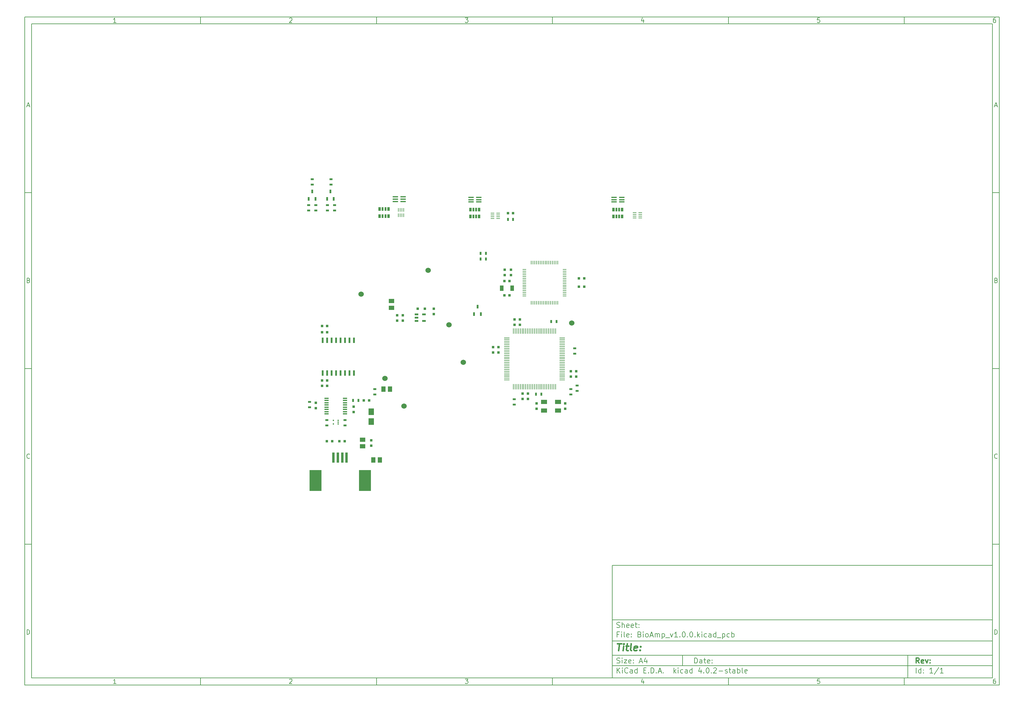
<source format=gbr>
G04 #@! TF.FileFunction,Paste,Top*
%FSLAX46Y46*%
G04 Gerber Fmt 4.6, Leading zero omitted, Abs format (unit mm)*
G04 Created by KiCad (PCBNEW 4.0.2-stable) date 18/05/2017 14:25:04*
%MOMM*%
G01*
G04 APERTURE LIST*
%ADD10C,0.100000*%
%ADD11C,0.150000*%
%ADD12C,0.300000*%
%ADD13C,0.400000*%
%ADD14R,0.700000X3.000000*%
%ADD15R,3.400000X6.040000*%
%ADD16R,0.800000X0.750000*%
%ADD17R,1.000000X1.600000*%
%ADD18R,0.750000X0.800000*%
%ADD19R,0.500000X0.900000*%
%ADD20R,0.797560X0.797560*%
%ADD21R,1.300000X1.500000*%
%ADD22R,1.500000X1.300000*%
%ADD23R,0.800000X0.800000*%
%ADD24R,0.900000X0.500000*%
%ADD25R,1.800000X1.200000*%
%ADD26R,0.500000X1.000000*%
%ADD27R,0.700000X1.000000*%
%ADD28R,1.501140X1.950720*%
%ADD29R,0.599440X1.000760*%
%ADD30R,1.500000X0.350000*%
%ADD31C,1.524000*%
%ADD32R,0.280000X1.500000*%
%ADD33R,1.500000X0.280000*%
%ADD34R,0.600000X1.500000*%
%ADD35R,1.200000X0.400000*%
%ADD36R,0.250000X1.000000*%
%ADD37R,1.000000X0.250000*%
%ADD38R,1.000760X0.599440*%
%ADD39R,0.450000X0.300000*%
G04 APERTURE END LIST*
D10*
D11*
X177002200Y-166007200D02*
X177002200Y-198007200D01*
X285002200Y-198007200D01*
X285002200Y-166007200D01*
X177002200Y-166007200D01*
D10*
D11*
X10000000Y-10000000D02*
X10000000Y-200007200D01*
X287002200Y-200007200D01*
X287002200Y-10000000D01*
X10000000Y-10000000D01*
D10*
D11*
X12000000Y-12000000D02*
X12000000Y-198007200D01*
X285002200Y-198007200D01*
X285002200Y-12000000D01*
X12000000Y-12000000D01*
D10*
D11*
X60000000Y-12000000D02*
X60000000Y-10000000D01*
D10*
D11*
X110000000Y-12000000D02*
X110000000Y-10000000D01*
D10*
D11*
X160000000Y-12000000D02*
X160000000Y-10000000D01*
D10*
D11*
X210000000Y-12000000D02*
X210000000Y-10000000D01*
D10*
D11*
X260000000Y-12000000D02*
X260000000Y-10000000D01*
D10*
D11*
X35990476Y-11588095D02*
X35247619Y-11588095D01*
X35619048Y-11588095D02*
X35619048Y-10288095D01*
X35495238Y-10473810D01*
X35371429Y-10597619D01*
X35247619Y-10659524D01*
D10*
D11*
X85247619Y-10411905D02*
X85309524Y-10350000D01*
X85433333Y-10288095D01*
X85742857Y-10288095D01*
X85866667Y-10350000D01*
X85928571Y-10411905D01*
X85990476Y-10535714D01*
X85990476Y-10659524D01*
X85928571Y-10845238D01*
X85185714Y-11588095D01*
X85990476Y-11588095D01*
D10*
D11*
X135185714Y-10288095D02*
X135990476Y-10288095D01*
X135557143Y-10783333D01*
X135742857Y-10783333D01*
X135866667Y-10845238D01*
X135928571Y-10907143D01*
X135990476Y-11030952D01*
X135990476Y-11340476D01*
X135928571Y-11464286D01*
X135866667Y-11526190D01*
X135742857Y-11588095D01*
X135371429Y-11588095D01*
X135247619Y-11526190D01*
X135185714Y-11464286D01*
D10*
D11*
X185866667Y-10721429D02*
X185866667Y-11588095D01*
X185557143Y-10226190D02*
X185247619Y-11154762D01*
X186052381Y-11154762D01*
D10*
D11*
X235928571Y-10288095D02*
X235309524Y-10288095D01*
X235247619Y-10907143D01*
X235309524Y-10845238D01*
X235433333Y-10783333D01*
X235742857Y-10783333D01*
X235866667Y-10845238D01*
X235928571Y-10907143D01*
X235990476Y-11030952D01*
X235990476Y-11340476D01*
X235928571Y-11464286D01*
X235866667Y-11526190D01*
X235742857Y-11588095D01*
X235433333Y-11588095D01*
X235309524Y-11526190D01*
X235247619Y-11464286D01*
D10*
D11*
X285866667Y-10288095D02*
X285619048Y-10288095D01*
X285495238Y-10350000D01*
X285433333Y-10411905D01*
X285309524Y-10597619D01*
X285247619Y-10845238D01*
X285247619Y-11340476D01*
X285309524Y-11464286D01*
X285371429Y-11526190D01*
X285495238Y-11588095D01*
X285742857Y-11588095D01*
X285866667Y-11526190D01*
X285928571Y-11464286D01*
X285990476Y-11340476D01*
X285990476Y-11030952D01*
X285928571Y-10907143D01*
X285866667Y-10845238D01*
X285742857Y-10783333D01*
X285495238Y-10783333D01*
X285371429Y-10845238D01*
X285309524Y-10907143D01*
X285247619Y-11030952D01*
D10*
D11*
X60000000Y-198007200D02*
X60000000Y-200007200D01*
D10*
D11*
X110000000Y-198007200D02*
X110000000Y-200007200D01*
D10*
D11*
X160000000Y-198007200D02*
X160000000Y-200007200D01*
D10*
D11*
X210000000Y-198007200D02*
X210000000Y-200007200D01*
D10*
D11*
X260000000Y-198007200D02*
X260000000Y-200007200D01*
D10*
D11*
X35990476Y-199595295D02*
X35247619Y-199595295D01*
X35619048Y-199595295D02*
X35619048Y-198295295D01*
X35495238Y-198481010D01*
X35371429Y-198604819D01*
X35247619Y-198666724D01*
D10*
D11*
X85247619Y-198419105D02*
X85309524Y-198357200D01*
X85433333Y-198295295D01*
X85742857Y-198295295D01*
X85866667Y-198357200D01*
X85928571Y-198419105D01*
X85990476Y-198542914D01*
X85990476Y-198666724D01*
X85928571Y-198852438D01*
X85185714Y-199595295D01*
X85990476Y-199595295D01*
D10*
D11*
X135185714Y-198295295D02*
X135990476Y-198295295D01*
X135557143Y-198790533D01*
X135742857Y-198790533D01*
X135866667Y-198852438D01*
X135928571Y-198914343D01*
X135990476Y-199038152D01*
X135990476Y-199347676D01*
X135928571Y-199471486D01*
X135866667Y-199533390D01*
X135742857Y-199595295D01*
X135371429Y-199595295D01*
X135247619Y-199533390D01*
X135185714Y-199471486D01*
D10*
D11*
X185866667Y-198728629D02*
X185866667Y-199595295D01*
X185557143Y-198233390D02*
X185247619Y-199161962D01*
X186052381Y-199161962D01*
D10*
D11*
X235928571Y-198295295D02*
X235309524Y-198295295D01*
X235247619Y-198914343D01*
X235309524Y-198852438D01*
X235433333Y-198790533D01*
X235742857Y-198790533D01*
X235866667Y-198852438D01*
X235928571Y-198914343D01*
X235990476Y-199038152D01*
X235990476Y-199347676D01*
X235928571Y-199471486D01*
X235866667Y-199533390D01*
X235742857Y-199595295D01*
X235433333Y-199595295D01*
X235309524Y-199533390D01*
X235247619Y-199471486D01*
D10*
D11*
X285866667Y-198295295D02*
X285619048Y-198295295D01*
X285495238Y-198357200D01*
X285433333Y-198419105D01*
X285309524Y-198604819D01*
X285247619Y-198852438D01*
X285247619Y-199347676D01*
X285309524Y-199471486D01*
X285371429Y-199533390D01*
X285495238Y-199595295D01*
X285742857Y-199595295D01*
X285866667Y-199533390D01*
X285928571Y-199471486D01*
X285990476Y-199347676D01*
X285990476Y-199038152D01*
X285928571Y-198914343D01*
X285866667Y-198852438D01*
X285742857Y-198790533D01*
X285495238Y-198790533D01*
X285371429Y-198852438D01*
X285309524Y-198914343D01*
X285247619Y-199038152D01*
D10*
D11*
X10000000Y-60000000D02*
X12000000Y-60000000D01*
D10*
D11*
X10000000Y-110000000D02*
X12000000Y-110000000D01*
D10*
D11*
X10000000Y-160000000D02*
X12000000Y-160000000D01*
D10*
D11*
X10690476Y-35216667D02*
X11309524Y-35216667D01*
X10566667Y-35588095D02*
X11000000Y-34288095D01*
X11433333Y-35588095D01*
D10*
D11*
X11092857Y-84907143D02*
X11278571Y-84969048D01*
X11340476Y-85030952D01*
X11402381Y-85154762D01*
X11402381Y-85340476D01*
X11340476Y-85464286D01*
X11278571Y-85526190D01*
X11154762Y-85588095D01*
X10659524Y-85588095D01*
X10659524Y-84288095D01*
X11092857Y-84288095D01*
X11216667Y-84350000D01*
X11278571Y-84411905D01*
X11340476Y-84535714D01*
X11340476Y-84659524D01*
X11278571Y-84783333D01*
X11216667Y-84845238D01*
X11092857Y-84907143D01*
X10659524Y-84907143D01*
D10*
D11*
X11402381Y-135464286D02*
X11340476Y-135526190D01*
X11154762Y-135588095D01*
X11030952Y-135588095D01*
X10845238Y-135526190D01*
X10721429Y-135402381D01*
X10659524Y-135278571D01*
X10597619Y-135030952D01*
X10597619Y-134845238D01*
X10659524Y-134597619D01*
X10721429Y-134473810D01*
X10845238Y-134350000D01*
X11030952Y-134288095D01*
X11154762Y-134288095D01*
X11340476Y-134350000D01*
X11402381Y-134411905D01*
D10*
D11*
X10659524Y-185588095D02*
X10659524Y-184288095D01*
X10969048Y-184288095D01*
X11154762Y-184350000D01*
X11278571Y-184473810D01*
X11340476Y-184597619D01*
X11402381Y-184845238D01*
X11402381Y-185030952D01*
X11340476Y-185278571D01*
X11278571Y-185402381D01*
X11154762Y-185526190D01*
X10969048Y-185588095D01*
X10659524Y-185588095D01*
D10*
D11*
X287002200Y-60000000D02*
X285002200Y-60000000D01*
D10*
D11*
X287002200Y-110000000D02*
X285002200Y-110000000D01*
D10*
D11*
X287002200Y-160000000D02*
X285002200Y-160000000D01*
D10*
D11*
X285692676Y-35216667D02*
X286311724Y-35216667D01*
X285568867Y-35588095D02*
X286002200Y-34288095D01*
X286435533Y-35588095D01*
D10*
D11*
X286095057Y-84907143D02*
X286280771Y-84969048D01*
X286342676Y-85030952D01*
X286404581Y-85154762D01*
X286404581Y-85340476D01*
X286342676Y-85464286D01*
X286280771Y-85526190D01*
X286156962Y-85588095D01*
X285661724Y-85588095D01*
X285661724Y-84288095D01*
X286095057Y-84288095D01*
X286218867Y-84350000D01*
X286280771Y-84411905D01*
X286342676Y-84535714D01*
X286342676Y-84659524D01*
X286280771Y-84783333D01*
X286218867Y-84845238D01*
X286095057Y-84907143D01*
X285661724Y-84907143D01*
D10*
D11*
X286404581Y-135464286D02*
X286342676Y-135526190D01*
X286156962Y-135588095D01*
X286033152Y-135588095D01*
X285847438Y-135526190D01*
X285723629Y-135402381D01*
X285661724Y-135278571D01*
X285599819Y-135030952D01*
X285599819Y-134845238D01*
X285661724Y-134597619D01*
X285723629Y-134473810D01*
X285847438Y-134350000D01*
X286033152Y-134288095D01*
X286156962Y-134288095D01*
X286342676Y-134350000D01*
X286404581Y-134411905D01*
D10*
D11*
X285661724Y-185588095D02*
X285661724Y-184288095D01*
X285971248Y-184288095D01*
X286156962Y-184350000D01*
X286280771Y-184473810D01*
X286342676Y-184597619D01*
X286404581Y-184845238D01*
X286404581Y-185030952D01*
X286342676Y-185278571D01*
X286280771Y-185402381D01*
X286156962Y-185526190D01*
X285971248Y-185588095D01*
X285661724Y-185588095D01*
D10*
D11*
X200359343Y-193785771D02*
X200359343Y-192285771D01*
X200716486Y-192285771D01*
X200930771Y-192357200D01*
X201073629Y-192500057D01*
X201145057Y-192642914D01*
X201216486Y-192928629D01*
X201216486Y-193142914D01*
X201145057Y-193428629D01*
X201073629Y-193571486D01*
X200930771Y-193714343D01*
X200716486Y-193785771D01*
X200359343Y-193785771D01*
X202502200Y-193785771D02*
X202502200Y-193000057D01*
X202430771Y-192857200D01*
X202287914Y-192785771D01*
X202002200Y-192785771D01*
X201859343Y-192857200D01*
X202502200Y-193714343D02*
X202359343Y-193785771D01*
X202002200Y-193785771D01*
X201859343Y-193714343D01*
X201787914Y-193571486D01*
X201787914Y-193428629D01*
X201859343Y-193285771D01*
X202002200Y-193214343D01*
X202359343Y-193214343D01*
X202502200Y-193142914D01*
X203002200Y-192785771D02*
X203573629Y-192785771D01*
X203216486Y-192285771D02*
X203216486Y-193571486D01*
X203287914Y-193714343D01*
X203430772Y-193785771D01*
X203573629Y-193785771D01*
X204645057Y-193714343D02*
X204502200Y-193785771D01*
X204216486Y-193785771D01*
X204073629Y-193714343D01*
X204002200Y-193571486D01*
X204002200Y-193000057D01*
X204073629Y-192857200D01*
X204216486Y-192785771D01*
X204502200Y-192785771D01*
X204645057Y-192857200D01*
X204716486Y-193000057D01*
X204716486Y-193142914D01*
X204002200Y-193285771D01*
X205359343Y-193642914D02*
X205430771Y-193714343D01*
X205359343Y-193785771D01*
X205287914Y-193714343D01*
X205359343Y-193642914D01*
X205359343Y-193785771D01*
X205359343Y-192857200D02*
X205430771Y-192928629D01*
X205359343Y-193000057D01*
X205287914Y-192928629D01*
X205359343Y-192857200D01*
X205359343Y-193000057D01*
D10*
D11*
X177002200Y-194507200D02*
X285002200Y-194507200D01*
D10*
D11*
X178359343Y-196585771D02*
X178359343Y-195085771D01*
X179216486Y-196585771D02*
X178573629Y-195728629D01*
X179216486Y-195085771D02*
X178359343Y-195942914D01*
X179859343Y-196585771D02*
X179859343Y-195585771D01*
X179859343Y-195085771D02*
X179787914Y-195157200D01*
X179859343Y-195228629D01*
X179930771Y-195157200D01*
X179859343Y-195085771D01*
X179859343Y-195228629D01*
X181430772Y-196442914D02*
X181359343Y-196514343D01*
X181145057Y-196585771D01*
X181002200Y-196585771D01*
X180787915Y-196514343D01*
X180645057Y-196371486D01*
X180573629Y-196228629D01*
X180502200Y-195942914D01*
X180502200Y-195728629D01*
X180573629Y-195442914D01*
X180645057Y-195300057D01*
X180787915Y-195157200D01*
X181002200Y-195085771D01*
X181145057Y-195085771D01*
X181359343Y-195157200D01*
X181430772Y-195228629D01*
X182716486Y-196585771D02*
X182716486Y-195800057D01*
X182645057Y-195657200D01*
X182502200Y-195585771D01*
X182216486Y-195585771D01*
X182073629Y-195657200D01*
X182716486Y-196514343D02*
X182573629Y-196585771D01*
X182216486Y-196585771D01*
X182073629Y-196514343D01*
X182002200Y-196371486D01*
X182002200Y-196228629D01*
X182073629Y-196085771D01*
X182216486Y-196014343D01*
X182573629Y-196014343D01*
X182716486Y-195942914D01*
X184073629Y-196585771D02*
X184073629Y-195085771D01*
X184073629Y-196514343D02*
X183930772Y-196585771D01*
X183645058Y-196585771D01*
X183502200Y-196514343D01*
X183430772Y-196442914D01*
X183359343Y-196300057D01*
X183359343Y-195871486D01*
X183430772Y-195728629D01*
X183502200Y-195657200D01*
X183645058Y-195585771D01*
X183930772Y-195585771D01*
X184073629Y-195657200D01*
X185930772Y-195800057D02*
X186430772Y-195800057D01*
X186645058Y-196585771D02*
X185930772Y-196585771D01*
X185930772Y-195085771D01*
X186645058Y-195085771D01*
X187287915Y-196442914D02*
X187359343Y-196514343D01*
X187287915Y-196585771D01*
X187216486Y-196514343D01*
X187287915Y-196442914D01*
X187287915Y-196585771D01*
X188002201Y-196585771D02*
X188002201Y-195085771D01*
X188359344Y-195085771D01*
X188573629Y-195157200D01*
X188716487Y-195300057D01*
X188787915Y-195442914D01*
X188859344Y-195728629D01*
X188859344Y-195942914D01*
X188787915Y-196228629D01*
X188716487Y-196371486D01*
X188573629Y-196514343D01*
X188359344Y-196585771D01*
X188002201Y-196585771D01*
X189502201Y-196442914D02*
X189573629Y-196514343D01*
X189502201Y-196585771D01*
X189430772Y-196514343D01*
X189502201Y-196442914D01*
X189502201Y-196585771D01*
X190145058Y-196157200D02*
X190859344Y-196157200D01*
X190002201Y-196585771D02*
X190502201Y-195085771D01*
X191002201Y-196585771D01*
X191502201Y-196442914D02*
X191573629Y-196514343D01*
X191502201Y-196585771D01*
X191430772Y-196514343D01*
X191502201Y-196442914D01*
X191502201Y-196585771D01*
X194502201Y-196585771D02*
X194502201Y-195085771D01*
X194645058Y-196014343D02*
X195073629Y-196585771D01*
X195073629Y-195585771D02*
X194502201Y-196157200D01*
X195716487Y-196585771D02*
X195716487Y-195585771D01*
X195716487Y-195085771D02*
X195645058Y-195157200D01*
X195716487Y-195228629D01*
X195787915Y-195157200D01*
X195716487Y-195085771D01*
X195716487Y-195228629D01*
X197073630Y-196514343D02*
X196930773Y-196585771D01*
X196645059Y-196585771D01*
X196502201Y-196514343D01*
X196430773Y-196442914D01*
X196359344Y-196300057D01*
X196359344Y-195871486D01*
X196430773Y-195728629D01*
X196502201Y-195657200D01*
X196645059Y-195585771D01*
X196930773Y-195585771D01*
X197073630Y-195657200D01*
X198359344Y-196585771D02*
X198359344Y-195800057D01*
X198287915Y-195657200D01*
X198145058Y-195585771D01*
X197859344Y-195585771D01*
X197716487Y-195657200D01*
X198359344Y-196514343D02*
X198216487Y-196585771D01*
X197859344Y-196585771D01*
X197716487Y-196514343D01*
X197645058Y-196371486D01*
X197645058Y-196228629D01*
X197716487Y-196085771D01*
X197859344Y-196014343D01*
X198216487Y-196014343D01*
X198359344Y-195942914D01*
X199716487Y-196585771D02*
X199716487Y-195085771D01*
X199716487Y-196514343D02*
X199573630Y-196585771D01*
X199287916Y-196585771D01*
X199145058Y-196514343D01*
X199073630Y-196442914D01*
X199002201Y-196300057D01*
X199002201Y-195871486D01*
X199073630Y-195728629D01*
X199145058Y-195657200D01*
X199287916Y-195585771D01*
X199573630Y-195585771D01*
X199716487Y-195657200D01*
X202216487Y-195585771D02*
X202216487Y-196585771D01*
X201859344Y-195014343D02*
X201502201Y-196085771D01*
X202430773Y-196085771D01*
X203002201Y-196442914D02*
X203073629Y-196514343D01*
X203002201Y-196585771D01*
X202930772Y-196514343D01*
X203002201Y-196442914D01*
X203002201Y-196585771D01*
X204002201Y-195085771D02*
X204145058Y-195085771D01*
X204287915Y-195157200D01*
X204359344Y-195228629D01*
X204430773Y-195371486D01*
X204502201Y-195657200D01*
X204502201Y-196014343D01*
X204430773Y-196300057D01*
X204359344Y-196442914D01*
X204287915Y-196514343D01*
X204145058Y-196585771D01*
X204002201Y-196585771D01*
X203859344Y-196514343D01*
X203787915Y-196442914D01*
X203716487Y-196300057D01*
X203645058Y-196014343D01*
X203645058Y-195657200D01*
X203716487Y-195371486D01*
X203787915Y-195228629D01*
X203859344Y-195157200D01*
X204002201Y-195085771D01*
X205145058Y-196442914D02*
X205216486Y-196514343D01*
X205145058Y-196585771D01*
X205073629Y-196514343D01*
X205145058Y-196442914D01*
X205145058Y-196585771D01*
X205787915Y-195228629D02*
X205859344Y-195157200D01*
X206002201Y-195085771D01*
X206359344Y-195085771D01*
X206502201Y-195157200D01*
X206573630Y-195228629D01*
X206645058Y-195371486D01*
X206645058Y-195514343D01*
X206573630Y-195728629D01*
X205716487Y-196585771D01*
X206645058Y-196585771D01*
X207287915Y-196014343D02*
X208430772Y-196014343D01*
X209073629Y-196514343D02*
X209216486Y-196585771D01*
X209502201Y-196585771D01*
X209645058Y-196514343D01*
X209716486Y-196371486D01*
X209716486Y-196300057D01*
X209645058Y-196157200D01*
X209502201Y-196085771D01*
X209287915Y-196085771D01*
X209145058Y-196014343D01*
X209073629Y-195871486D01*
X209073629Y-195800057D01*
X209145058Y-195657200D01*
X209287915Y-195585771D01*
X209502201Y-195585771D01*
X209645058Y-195657200D01*
X210145058Y-195585771D02*
X210716487Y-195585771D01*
X210359344Y-195085771D02*
X210359344Y-196371486D01*
X210430772Y-196514343D01*
X210573630Y-196585771D01*
X210716487Y-196585771D01*
X211859344Y-196585771D02*
X211859344Y-195800057D01*
X211787915Y-195657200D01*
X211645058Y-195585771D01*
X211359344Y-195585771D01*
X211216487Y-195657200D01*
X211859344Y-196514343D02*
X211716487Y-196585771D01*
X211359344Y-196585771D01*
X211216487Y-196514343D01*
X211145058Y-196371486D01*
X211145058Y-196228629D01*
X211216487Y-196085771D01*
X211359344Y-196014343D01*
X211716487Y-196014343D01*
X211859344Y-195942914D01*
X212573630Y-196585771D02*
X212573630Y-195085771D01*
X212573630Y-195657200D02*
X212716487Y-195585771D01*
X213002201Y-195585771D01*
X213145058Y-195657200D01*
X213216487Y-195728629D01*
X213287916Y-195871486D01*
X213287916Y-196300057D01*
X213216487Y-196442914D01*
X213145058Y-196514343D01*
X213002201Y-196585771D01*
X212716487Y-196585771D01*
X212573630Y-196514343D01*
X214145059Y-196585771D02*
X214002201Y-196514343D01*
X213930773Y-196371486D01*
X213930773Y-195085771D01*
X215287915Y-196514343D02*
X215145058Y-196585771D01*
X214859344Y-196585771D01*
X214716487Y-196514343D01*
X214645058Y-196371486D01*
X214645058Y-195800057D01*
X214716487Y-195657200D01*
X214859344Y-195585771D01*
X215145058Y-195585771D01*
X215287915Y-195657200D01*
X215359344Y-195800057D01*
X215359344Y-195942914D01*
X214645058Y-196085771D01*
D10*
D11*
X177002200Y-191507200D02*
X285002200Y-191507200D01*
D10*
D12*
X264216486Y-193785771D02*
X263716486Y-193071486D01*
X263359343Y-193785771D02*
X263359343Y-192285771D01*
X263930771Y-192285771D01*
X264073629Y-192357200D01*
X264145057Y-192428629D01*
X264216486Y-192571486D01*
X264216486Y-192785771D01*
X264145057Y-192928629D01*
X264073629Y-193000057D01*
X263930771Y-193071486D01*
X263359343Y-193071486D01*
X265430771Y-193714343D02*
X265287914Y-193785771D01*
X265002200Y-193785771D01*
X264859343Y-193714343D01*
X264787914Y-193571486D01*
X264787914Y-193000057D01*
X264859343Y-192857200D01*
X265002200Y-192785771D01*
X265287914Y-192785771D01*
X265430771Y-192857200D01*
X265502200Y-193000057D01*
X265502200Y-193142914D01*
X264787914Y-193285771D01*
X266002200Y-192785771D02*
X266359343Y-193785771D01*
X266716485Y-192785771D01*
X267287914Y-193642914D02*
X267359342Y-193714343D01*
X267287914Y-193785771D01*
X267216485Y-193714343D01*
X267287914Y-193642914D01*
X267287914Y-193785771D01*
X267287914Y-192857200D02*
X267359342Y-192928629D01*
X267287914Y-193000057D01*
X267216485Y-192928629D01*
X267287914Y-192857200D01*
X267287914Y-193000057D01*
D10*
D11*
X178287914Y-193714343D02*
X178502200Y-193785771D01*
X178859343Y-193785771D01*
X179002200Y-193714343D01*
X179073629Y-193642914D01*
X179145057Y-193500057D01*
X179145057Y-193357200D01*
X179073629Y-193214343D01*
X179002200Y-193142914D01*
X178859343Y-193071486D01*
X178573629Y-193000057D01*
X178430771Y-192928629D01*
X178359343Y-192857200D01*
X178287914Y-192714343D01*
X178287914Y-192571486D01*
X178359343Y-192428629D01*
X178430771Y-192357200D01*
X178573629Y-192285771D01*
X178930771Y-192285771D01*
X179145057Y-192357200D01*
X179787914Y-193785771D02*
X179787914Y-192785771D01*
X179787914Y-192285771D02*
X179716485Y-192357200D01*
X179787914Y-192428629D01*
X179859342Y-192357200D01*
X179787914Y-192285771D01*
X179787914Y-192428629D01*
X180359343Y-192785771D02*
X181145057Y-192785771D01*
X180359343Y-193785771D01*
X181145057Y-193785771D01*
X182287914Y-193714343D02*
X182145057Y-193785771D01*
X181859343Y-193785771D01*
X181716486Y-193714343D01*
X181645057Y-193571486D01*
X181645057Y-193000057D01*
X181716486Y-192857200D01*
X181859343Y-192785771D01*
X182145057Y-192785771D01*
X182287914Y-192857200D01*
X182359343Y-193000057D01*
X182359343Y-193142914D01*
X181645057Y-193285771D01*
X183002200Y-193642914D02*
X183073628Y-193714343D01*
X183002200Y-193785771D01*
X182930771Y-193714343D01*
X183002200Y-193642914D01*
X183002200Y-193785771D01*
X183002200Y-192857200D02*
X183073628Y-192928629D01*
X183002200Y-193000057D01*
X182930771Y-192928629D01*
X183002200Y-192857200D01*
X183002200Y-193000057D01*
X184787914Y-193357200D02*
X185502200Y-193357200D01*
X184645057Y-193785771D02*
X185145057Y-192285771D01*
X185645057Y-193785771D01*
X186787914Y-192785771D02*
X186787914Y-193785771D01*
X186430771Y-192214343D02*
X186073628Y-193285771D01*
X187002200Y-193285771D01*
D10*
D11*
X263359343Y-196585771D02*
X263359343Y-195085771D01*
X264716486Y-196585771D02*
X264716486Y-195085771D01*
X264716486Y-196514343D02*
X264573629Y-196585771D01*
X264287915Y-196585771D01*
X264145057Y-196514343D01*
X264073629Y-196442914D01*
X264002200Y-196300057D01*
X264002200Y-195871486D01*
X264073629Y-195728629D01*
X264145057Y-195657200D01*
X264287915Y-195585771D01*
X264573629Y-195585771D01*
X264716486Y-195657200D01*
X265430772Y-196442914D02*
X265502200Y-196514343D01*
X265430772Y-196585771D01*
X265359343Y-196514343D01*
X265430772Y-196442914D01*
X265430772Y-196585771D01*
X265430772Y-195657200D02*
X265502200Y-195728629D01*
X265430772Y-195800057D01*
X265359343Y-195728629D01*
X265430772Y-195657200D01*
X265430772Y-195800057D01*
X268073629Y-196585771D02*
X267216486Y-196585771D01*
X267645058Y-196585771D02*
X267645058Y-195085771D01*
X267502201Y-195300057D01*
X267359343Y-195442914D01*
X267216486Y-195514343D01*
X269787914Y-195014343D02*
X268502200Y-196942914D01*
X271073629Y-196585771D02*
X270216486Y-196585771D01*
X270645058Y-196585771D02*
X270645058Y-195085771D01*
X270502201Y-195300057D01*
X270359343Y-195442914D01*
X270216486Y-195514343D01*
D10*
D11*
X177002200Y-187507200D02*
X285002200Y-187507200D01*
D10*
D13*
X178454581Y-188211962D02*
X179597438Y-188211962D01*
X178776010Y-190211962D02*
X179026010Y-188211962D01*
X180014105Y-190211962D02*
X180180771Y-188878629D01*
X180264105Y-188211962D02*
X180156962Y-188307200D01*
X180240295Y-188402438D01*
X180347439Y-188307200D01*
X180264105Y-188211962D01*
X180240295Y-188402438D01*
X180847438Y-188878629D02*
X181609343Y-188878629D01*
X181216486Y-188211962D02*
X181002200Y-189926248D01*
X181073630Y-190116724D01*
X181252201Y-190211962D01*
X181442677Y-190211962D01*
X182395058Y-190211962D02*
X182216487Y-190116724D01*
X182145057Y-189926248D01*
X182359343Y-188211962D01*
X183930772Y-190116724D02*
X183728391Y-190211962D01*
X183347439Y-190211962D01*
X183168867Y-190116724D01*
X183097438Y-189926248D01*
X183192676Y-189164343D01*
X183311724Y-188973867D01*
X183514105Y-188878629D01*
X183895057Y-188878629D01*
X184073629Y-188973867D01*
X184145057Y-189164343D01*
X184121248Y-189354819D01*
X183145057Y-189545295D01*
X184895057Y-190021486D02*
X184978392Y-190116724D01*
X184871248Y-190211962D01*
X184787915Y-190116724D01*
X184895057Y-190021486D01*
X184871248Y-190211962D01*
X185026010Y-188973867D02*
X185109344Y-189069105D01*
X185002200Y-189164343D01*
X184918867Y-189069105D01*
X185026010Y-188973867D01*
X185002200Y-189164343D01*
D10*
D11*
X178859343Y-185600057D02*
X178359343Y-185600057D01*
X178359343Y-186385771D02*
X178359343Y-184885771D01*
X179073629Y-184885771D01*
X179645057Y-186385771D02*
X179645057Y-185385771D01*
X179645057Y-184885771D02*
X179573628Y-184957200D01*
X179645057Y-185028629D01*
X179716485Y-184957200D01*
X179645057Y-184885771D01*
X179645057Y-185028629D01*
X180573629Y-186385771D02*
X180430771Y-186314343D01*
X180359343Y-186171486D01*
X180359343Y-184885771D01*
X181716485Y-186314343D02*
X181573628Y-186385771D01*
X181287914Y-186385771D01*
X181145057Y-186314343D01*
X181073628Y-186171486D01*
X181073628Y-185600057D01*
X181145057Y-185457200D01*
X181287914Y-185385771D01*
X181573628Y-185385771D01*
X181716485Y-185457200D01*
X181787914Y-185600057D01*
X181787914Y-185742914D01*
X181073628Y-185885771D01*
X182430771Y-186242914D02*
X182502199Y-186314343D01*
X182430771Y-186385771D01*
X182359342Y-186314343D01*
X182430771Y-186242914D01*
X182430771Y-186385771D01*
X182430771Y-185457200D02*
X182502199Y-185528629D01*
X182430771Y-185600057D01*
X182359342Y-185528629D01*
X182430771Y-185457200D01*
X182430771Y-185600057D01*
X184787914Y-185600057D02*
X185002200Y-185671486D01*
X185073628Y-185742914D01*
X185145057Y-185885771D01*
X185145057Y-186100057D01*
X185073628Y-186242914D01*
X185002200Y-186314343D01*
X184859342Y-186385771D01*
X184287914Y-186385771D01*
X184287914Y-184885771D01*
X184787914Y-184885771D01*
X184930771Y-184957200D01*
X185002200Y-185028629D01*
X185073628Y-185171486D01*
X185073628Y-185314343D01*
X185002200Y-185457200D01*
X184930771Y-185528629D01*
X184787914Y-185600057D01*
X184287914Y-185600057D01*
X185787914Y-186385771D02*
X185787914Y-185385771D01*
X185787914Y-184885771D02*
X185716485Y-184957200D01*
X185787914Y-185028629D01*
X185859342Y-184957200D01*
X185787914Y-184885771D01*
X185787914Y-185028629D01*
X186716486Y-186385771D02*
X186573628Y-186314343D01*
X186502200Y-186242914D01*
X186430771Y-186100057D01*
X186430771Y-185671486D01*
X186502200Y-185528629D01*
X186573628Y-185457200D01*
X186716486Y-185385771D01*
X186930771Y-185385771D01*
X187073628Y-185457200D01*
X187145057Y-185528629D01*
X187216486Y-185671486D01*
X187216486Y-186100057D01*
X187145057Y-186242914D01*
X187073628Y-186314343D01*
X186930771Y-186385771D01*
X186716486Y-186385771D01*
X187787914Y-185957200D02*
X188502200Y-185957200D01*
X187645057Y-186385771D02*
X188145057Y-184885771D01*
X188645057Y-186385771D01*
X189145057Y-186385771D02*
X189145057Y-185385771D01*
X189145057Y-185528629D02*
X189216485Y-185457200D01*
X189359343Y-185385771D01*
X189573628Y-185385771D01*
X189716485Y-185457200D01*
X189787914Y-185600057D01*
X189787914Y-186385771D01*
X189787914Y-185600057D02*
X189859343Y-185457200D01*
X190002200Y-185385771D01*
X190216485Y-185385771D01*
X190359343Y-185457200D01*
X190430771Y-185600057D01*
X190430771Y-186385771D01*
X191145057Y-185385771D02*
X191145057Y-186885771D01*
X191145057Y-185457200D02*
X191287914Y-185385771D01*
X191573628Y-185385771D01*
X191716485Y-185457200D01*
X191787914Y-185528629D01*
X191859343Y-185671486D01*
X191859343Y-186100057D01*
X191787914Y-186242914D01*
X191716485Y-186314343D01*
X191573628Y-186385771D01*
X191287914Y-186385771D01*
X191145057Y-186314343D01*
X192145057Y-186528629D02*
X193287914Y-186528629D01*
X193502200Y-185385771D02*
X193859343Y-186385771D01*
X194216485Y-185385771D01*
X195573628Y-186385771D02*
X194716485Y-186385771D01*
X195145057Y-186385771D02*
X195145057Y-184885771D01*
X195002200Y-185100057D01*
X194859342Y-185242914D01*
X194716485Y-185314343D01*
X196216485Y-186242914D02*
X196287913Y-186314343D01*
X196216485Y-186385771D01*
X196145056Y-186314343D01*
X196216485Y-186242914D01*
X196216485Y-186385771D01*
X197216485Y-184885771D02*
X197359342Y-184885771D01*
X197502199Y-184957200D01*
X197573628Y-185028629D01*
X197645057Y-185171486D01*
X197716485Y-185457200D01*
X197716485Y-185814343D01*
X197645057Y-186100057D01*
X197573628Y-186242914D01*
X197502199Y-186314343D01*
X197359342Y-186385771D01*
X197216485Y-186385771D01*
X197073628Y-186314343D01*
X197002199Y-186242914D01*
X196930771Y-186100057D01*
X196859342Y-185814343D01*
X196859342Y-185457200D01*
X196930771Y-185171486D01*
X197002199Y-185028629D01*
X197073628Y-184957200D01*
X197216485Y-184885771D01*
X198359342Y-186242914D02*
X198430770Y-186314343D01*
X198359342Y-186385771D01*
X198287913Y-186314343D01*
X198359342Y-186242914D01*
X198359342Y-186385771D01*
X199359342Y-184885771D02*
X199502199Y-184885771D01*
X199645056Y-184957200D01*
X199716485Y-185028629D01*
X199787914Y-185171486D01*
X199859342Y-185457200D01*
X199859342Y-185814343D01*
X199787914Y-186100057D01*
X199716485Y-186242914D01*
X199645056Y-186314343D01*
X199502199Y-186385771D01*
X199359342Y-186385771D01*
X199216485Y-186314343D01*
X199145056Y-186242914D01*
X199073628Y-186100057D01*
X199002199Y-185814343D01*
X199002199Y-185457200D01*
X199073628Y-185171486D01*
X199145056Y-185028629D01*
X199216485Y-184957200D01*
X199359342Y-184885771D01*
X200502199Y-186242914D02*
X200573627Y-186314343D01*
X200502199Y-186385771D01*
X200430770Y-186314343D01*
X200502199Y-186242914D01*
X200502199Y-186385771D01*
X201216485Y-186385771D02*
X201216485Y-184885771D01*
X201359342Y-185814343D02*
X201787913Y-186385771D01*
X201787913Y-185385771D02*
X201216485Y-185957200D01*
X202430771Y-186385771D02*
X202430771Y-185385771D01*
X202430771Y-184885771D02*
X202359342Y-184957200D01*
X202430771Y-185028629D01*
X202502199Y-184957200D01*
X202430771Y-184885771D01*
X202430771Y-185028629D01*
X203787914Y-186314343D02*
X203645057Y-186385771D01*
X203359343Y-186385771D01*
X203216485Y-186314343D01*
X203145057Y-186242914D01*
X203073628Y-186100057D01*
X203073628Y-185671486D01*
X203145057Y-185528629D01*
X203216485Y-185457200D01*
X203359343Y-185385771D01*
X203645057Y-185385771D01*
X203787914Y-185457200D01*
X205073628Y-186385771D02*
X205073628Y-185600057D01*
X205002199Y-185457200D01*
X204859342Y-185385771D01*
X204573628Y-185385771D01*
X204430771Y-185457200D01*
X205073628Y-186314343D02*
X204930771Y-186385771D01*
X204573628Y-186385771D01*
X204430771Y-186314343D01*
X204359342Y-186171486D01*
X204359342Y-186028629D01*
X204430771Y-185885771D01*
X204573628Y-185814343D01*
X204930771Y-185814343D01*
X205073628Y-185742914D01*
X206430771Y-186385771D02*
X206430771Y-184885771D01*
X206430771Y-186314343D02*
X206287914Y-186385771D01*
X206002200Y-186385771D01*
X205859342Y-186314343D01*
X205787914Y-186242914D01*
X205716485Y-186100057D01*
X205716485Y-185671486D01*
X205787914Y-185528629D01*
X205859342Y-185457200D01*
X206002200Y-185385771D01*
X206287914Y-185385771D01*
X206430771Y-185457200D01*
X206787914Y-186528629D02*
X207930771Y-186528629D01*
X208287914Y-185385771D02*
X208287914Y-186885771D01*
X208287914Y-185457200D02*
X208430771Y-185385771D01*
X208716485Y-185385771D01*
X208859342Y-185457200D01*
X208930771Y-185528629D01*
X209002200Y-185671486D01*
X209002200Y-186100057D01*
X208930771Y-186242914D01*
X208859342Y-186314343D01*
X208716485Y-186385771D01*
X208430771Y-186385771D01*
X208287914Y-186314343D01*
X210287914Y-186314343D02*
X210145057Y-186385771D01*
X209859343Y-186385771D01*
X209716485Y-186314343D01*
X209645057Y-186242914D01*
X209573628Y-186100057D01*
X209573628Y-185671486D01*
X209645057Y-185528629D01*
X209716485Y-185457200D01*
X209859343Y-185385771D01*
X210145057Y-185385771D01*
X210287914Y-185457200D01*
X210930771Y-186385771D02*
X210930771Y-184885771D01*
X210930771Y-185457200D02*
X211073628Y-185385771D01*
X211359342Y-185385771D01*
X211502199Y-185457200D01*
X211573628Y-185528629D01*
X211645057Y-185671486D01*
X211645057Y-186100057D01*
X211573628Y-186242914D01*
X211502199Y-186314343D01*
X211359342Y-186385771D01*
X211073628Y-186385771D01*
X210930771Y-186314343D01*
D10*
D11*
X177002200Y-181507200D02*
X285002200Y-181507200D01*
D10*
D11*
X178287914Y-183614343D02*
X178502200Y-183685771D01*
X178859343Y-183685771D01*
X179002200Y-183614343D01*
X179073629Y-183542914D01*
X179145057Y-183400057D01*
X179145057Y-183257200D01*
X179073629Y-183114343D01*
X179002200Y-183042914D01*
X178859343Y-182971486D01*
X178573629Y-182900057D01*
X178430771Y-182828629D01*
X178359343Y-182757200D01*
X178287914Y-182614343D01*
X178287914Y-182471486D01*
X178359343Y-182328629D01*
X178430771Y-182257200D01*
X178573629Y-182185771D01*
X178930771Y-182185771D01*
X179145057Y-182257200D01*
X179787914Y-183685771D02*
X179787914Y-182185771D01*
X180430771Y-183685771D02*
X180430771Y-182900057D01*
X180359342Y-182757200D01*
X180216485Y-182685771D01*
X180002200Y-182685771D01*
X179859342Y-182757200D01*
X179787914Y-182828629D01*
X181716485Y-183614343D02*
X181573628Y-183685771D01*
X181287914Y-183685771D01*
X181145057Y-183614343D01*
X181073628Y-183471486D01*
X181073628Y-182900057D01*
X181145057Y-182757200D01*
X181287914Y-182685771D01*
X181573628Y-182685771D01*
X181716485Y-182757200D01*
X181787914Y-182900057D01*
X181787914Y-183042914D01*
X181073628Y-183185771D01*
X183002199Y-183614343D02*
X182859342Y-183685771D01*
X182573628Y-183685771D01*
X182430771Y-183614343D01*
X182359342Y-183471486D01*
X182359342Y-182900057D01*
X182430771Y-182757200D01*
X182573628Y-182685771D01*
X182859342Y-182685771D01*
X183002199Y-182757200D01*
X183073628Y-182900057D01*
X183073628Y-183042914D01*
X182359342Y-183185771D01*
X183502199Y-182685771D02*
X184073628Y-182685771D01*
X183716485Y-182185771D02*
X183716485Y-183471486D01*
X183787913Y-183614343D01*
X183930771Y-183685771D01*
X184073628Y-183685771D01*
X184573628Y-183542914D02*
X184645056Y-183614343D01*
X184573628Y-183685771D01*
X184502199Y-183614343D01*
X184573628Y-183542914D01*
X184573628Y-183685771D01*
X184573628Y-182757200D02*
X184645056Y-182828629D01*
X184573628Y-182900057D01*
X184502199Y-182828629D01*
X184573628Y-182757200D01*
X184573628Y-182900057D01*
D10*
D11*
X197002200Y-191507200D02*
X197002200Y-194507200D01*
D10*
D11*
X261002200Y-191507200D02*
X261002200Y-198007200D01*
D14*
X97745000Y-135309600D03*
X98995000Y-135309600D03*
X100245000Y-135309600D03*
X101495000Y-135309600D03*
D15*
X92695000Y-141809600D03*
X106695000Y-141809600D03*
D16*
X150737000Y-96012000D03*
X149237000Y-96012000D03*
D17*
X148566000Y-87122000D03*
X145566000Y-87122000D03*
D16*
X147816000Y-85090000D03*
X146316000Y-85090000D03*
D18*
X146431000Y-83427000D03*
X146431000Y-81927000D03*
D19*
X139585000Y-77216000D03*
X141085000Y-77216000D03*
X139585000Y-78867000D03*
X141085000Y-78867000D03*
D16*
X147332000Y-65786000D03*
X148832000Y-65786000D03*
D19*
X147332000Y-67564000D03*
X148832000Y-67564000D03*
D16*
X167525000Y-86741000D03*
X169025000Y-86741000D03*
D18*
X148209000Y-83427000D03*
X148209000Y-81927000D03*
D16*
X147816000Y-89154000D03*
X146316000Y-89154000D03*
X167525000Y-84328000D03*
X169025000Y-84328000D03*
D18*
X155511500Y-121400000D03*
X155511500Y-119900000D03*
X163639500Y-119900000D03*
X163639500Y-121400000D03*
X165227000Y-112256000D03*
X165227000Y-110756000D03*
X166751000Y-112256000D03*
X166751000Y-110756000D03*
D16*
X150737000Y-97536000D03*
X149237000Y-97536000D03*
D18*
X143129000Y-105398000D03*
X143129000Y-103898000D03*
X144653000Y-105398000D03*
X144653000Y-103898000D03*
X151511000Y-117106000D03*
X151511000Y-118606000D03*
X153035000Y-117106000D03*
X153035000Y-118606000D03*
D16*
X94500000Y-113379000D03*
X96000000Y-113379000D03*
X94500000Y-114903000D03*
X96000000Y-114903000D03*
D18*
X108458000Y-131941000D03*
X108458000Y-130441000D03*
D16*
X99453000Y-130683000D03*
X100953000Y-130683000D03*
X97397000Y-130683000D03*
X95897000Y-130683000D03*
X94500000Y-99663000D03*
X96000000Y-99663000D03*
D18*
X115824000Y-96381000D03*
X115824000Y-94881000D03*
X103505000Y-122377000D03*
X103505000Y-120877000D03*
D16*
X94500000Y-97885000D03*
X96000000Y-97885000D03*
D18*
X117475000Y-96381000D03*
X117475000Y-94881000D03*
X92710000Y-119741000D03*
X92710000Y-121241000D03*
X126238000Y-94476000D03*
X126238000Y-92976000D03*
D20*
X107873800Y-119087000D03*
X106375200Y-119087000D03*
D21*
X109050000Y-136000000D03*
X110950000Y-136000000D03*
D22*
X106045000Y-130241000D03*
X106045000Y-132141000D03*
X114236500Y-92707500D03*
X114236500Y-90807500D03*
D21*
X111953000Y-115824000D03*
X113853000Y-115824000D03*
D23*
X121666000Y-93012000D03*
X123698000Y-93012000D03*
D24*
X165227000Y-115836000D03*
X165227000Y-117336000D03*
X149098000Y-118757000D03*
X149098000Y-120257000D03*
D19*
X156833000Y-117284500D03*
X155333000Y-117284500D03*
D24*
X167005000Y-116320000D03*
X167005000Y-114820000D03*
X166306500Y-105779000D03*
X166306500Y-104279000D03*
X90678000Y-65012000D03*
X90678000Y-63512000D03*
X92710000Y-65012000D03*
X92710000Y-63512000D03*
X91694000Y-56146000D03*
X91694000Y-57646000D03*
X97028000Y-56146000D03*
X97028000Y-57646000D03*
X98044000Y-65012000D03*
X98044000Y-63512000D03*
X96012000Y-65012000D03*
X96012000Y-63512000D03*
D19*
X159651000Y-96647000D03*
X161151000Y-96647000D03*
D24*
X101015800Y-124649800D03*
X101015800Y-126149800D03*
X95834200Y-124649800D03*
X95834200Y-126149800D03*
X90932000Y-119487000D03*
X90932000Y-120987000D03*
D19*
X104826500Y-119087000D03*
X103326500Y-119087000D03*
D25*
X161575500Y-119513500D03*
X157575500Y-119513500D03*
X161575500Y-121913500D03*
X157575500Y-121913500D03*
D26*
X178962000Y-64786000D03*
X178962000Y-66786000D03*
X178162000Y-64786000D03*
X178162000Y-66786000D03*
D27*
X179812000Y-64786000D03*
X177312000Y-64786000D03*
X177312000Y-66786000D03*
X179812000Y-66786000D03*
D26*
X138322000Y-64786000D03*
X138322000Y-66786000D03*
X137522000Y-64786000D03*
X137522000Y-66786000D03*
D27*
X139172000Y-64786000D03*
X136672000Y-64786000D03*
X136672000Y-66786000D03*
X139172000Y-66786000D03*
D26*
X112541000Y-64659000D03*
X112541000Y-66659000D03*
X111741000Y-64659000D03*
X111741000Y-66659000D03*
D27*
X113391000Y-64659000D03*
X110891000Y-64659000D03*
X110891000Y-66659000D03*
X113391000Y-66659000D03*
D28*
X108458000Y-125072140D03*
X108458000Y-122323860D03*
D29*
X137731500Y-94528640D03*
X138684000Y-92415360D03*
X139636500Y-94528640D03*
X90741500Y-61762640D03*
X91694000Y-59649360D03*
X92646500Y-61762640D03*
X95948500Y-61762640D03*
X96901000Y-59649360D03*
X97853500Y-61762640D03*
D30*
X136822000Y-62626000D03*
X136822000Y-61976000D03*
X136822000Y-61326000D03*
X139022000Y-61326000D03*
X139022000Y-61976000D03*
X139022000Y-62626000D03*
X139022000Y-62626000D03*
X139022000Y-61976000D03*
X139022000Y-61326000D03*
X136822000Y-61326000D03*
X136822000Y-61976000D03*
X136822000Y-62626000D03*
X177462000Y-62626000D03*
X177462000Y-61976000D03*
X177462000Y-61326000D03*
X179662000Y-61326000D03*
X179662000Y-61976000D03*
X179662000Y-62626000D03*
X179662000Y-62626000D03*
X179662000Y-61976000D03*
X179662000Y-61326000D03*
X177462000Y-61326000D03*
X177462000Y-61976000D03*
X177462000Y-62626000D03*
D31*
X130556000Y-97536000D03*
X117792500Y-120650000D03*
X112395000Y-112776000D03*
X105600500Y-88836500D03*
X124650500Y-82042000D03*
X134683500Y-108204000D03*
X165481000Y-97028000D03*
D30*
X117559000Y-61199000D03*
X117559000Y-61849000D03*
X117559000Y-62499000D03*
X115359000Y-62499000D03*
X115359000Y-61849000D03*
X115359000Y-61199000D03*
X115359000Y-61199000D03*
X115359000Y-61849000D03*
X115359000Y-62499000D03*
X117559000Y-62499000D03*
X117559000Y-61849000D03*
X117559000Y-61199000D03*
D32*
X148876500Y-115151500D03*
X149376500Y-115151500D03*
X149876500Y-115151500D03*
X150376500Y-115151500D03*
X150876500Y-115151500D03*
X151376500Y-115151500D03*
X151876500Y-115151500D03*
X152376500Y-115151500D03*
X152876500Y-115151500D03*
X153376500Y-115151500D03*
X153876500Y-115151500D03*
X154376500Y-115151500D03*
X154876500Y-115151500D03*
X155376500Y-115151500D03*
X155876500Y-115151500D03*
X156376500Y-115151500D03*
X156876500Y-115151500D03*
X157376500Y-115151500D03*
X157876500Y-115151500D03*
X158376500Y-115151500D03*
X158876500Y-115151500D03*
X159376500Y-115151500D03*
X159876500Y-115151500D03*
X160376500Y-115151500D03*
X160876500Y-115151500D03*
D33*
X162776500Y-113251500D03*
X162776500Y-112751500D03*
X162776500Y-112251500D03*
X162776500Y-111751500D03*
X162776500Y-111251500D03*
X162776500Y-110751500D03*
X162776500Y-110251500D03*
X162776500Y-109751500D03*
X162776500Y-109251500D03*
X162776500Y-108751500D03*
X162776500Y-108251500D03*
X162776500Y-107751500D03*
X162776500Y-107251500D03*
X162776500Y-106751500D03*
X162776500Y-106251500D03*
X162776500Y-105751500D03*
X162776500Y-105251500D03*
X162776500Y-104751500D03*
X162776500Y-104251500D03*
X162776500Y-103751500D03*
X162776500Y-103251500D03*
X162776500Y-102751500D03*
X162776500Y-102251500D03*
X162776500Y-101751500D03*
X162776500Y-101251500D03*
D32*
X160876500Y-99351500D03*
X160376500Y-99351500D03*
X159876500Y-99351500D03*
X159376500Y-99351500D03*
X158876500Y-99351500D03*
X158376500Y-99351500D03*
X157876500Y-99351500D03*
X157376500Y-99351500D03*
X156876500Y-99351500D03*
X156376500Y-99351500D03*
X155876500Y-99351500D03*
X155376500Y-99351500D03*
X154876500Y-99351500D03*
X154376500Y-99351500D03*
X153876500Y-99351500D03*
X153376500Y-99351500D03*
X152876500Y-99351500D03*
X152376500Y-99351500D03*
X151876500Y-99351500D03*
X151376500Y-99351500D03*
X150876500Y-99351500D03*
X150376500Y-99351500D03*
X149876500Y-99351500D03*
X149376500Y-99351500D03*
X148876500Y-99351500D03*
D33*
X146976500Y-101251500D03*
X146976500Y-101751500D03*
X146976500Y-102251500D03*
X146976500Y-102751500D03*
X146976500Y-103251500D03*
X146976500Y-103751500D03*
X146976500Y-104251500D03*
X146976500Y-104751500D03*
X146976500Y-105251500D03*
X146976500Y-105751500D03*
X146976500Y-106251500D03*
X146976500Y-106751500D03*
X146976500Y-107251500D03*
X146976500Y-107751500D03*
X146976500Y-108251500D03*
X146976500Y-108751500D03*
X146976500Y-109251500D03*
X146976500Y-109751500D03*
X146976500Y-110251500D03*
X146976500Y-110751500D03*
X146976500Y-111251500D03*
X146976500Y-111751500D03*
X146976500Y-112251500D03*
X146976500Y-112751500D03*
X146976500Y-113251500D03*
D34*
X94678500Y-111291000D03*
X95948500Y-111291000D03*
X97218500Y-111291000D03*
X98488500Y-111291000D03*
X99758500Y-111291000D03*
X101028500Y-111291000D03*
X102298500Y-111291000D03*
X103568500Y-111291000D03*
X103568500Y-101991000D03*
X102298500Y-101991000D03*
X101028500Y-101991000D03*
X99758500Y-101991000D03*
X98488500Y-101991000D03*
X97218500Y-101991000D03*
X95948500Y-101991000D03*
X94678500Y-101991000D03*
D35*
X95825000Y-118452000D03*
X95825000Y-119087000D03*
X95825000Y-119722000D03*
X95825000Y-120357000D03*
X95825000Y-120992000D03*
X95825000Y-121627000D03*
X95825000Y-122262000D03*
X95825000Y-122897000D03*
X101025000Y-122897000D03*
X101025000Y-122262000D03*
X101025000Y-121627000D03*
X101025000Y-120992000D03*
X101025000Y-120357000D03*
X101025000Y-119722000D03*
X101025000Y-119087000D03*
X101025000Y-118452000D03*
D36*
X161484000Y-79898000D03*
X160984000Y-79898000D03*
X160484000Y-79898000D03*
X159984000Y-79898000D03*
X159484000Y-79898000D03*
X158984000Y-79898000D03*
X158484000Y-79898000D03*
X157984000Y-79898000D03*
X157484000Y-79898000D03*
X156984000Y-79898000D03*
X156484000Y-79898000D03*
X155984000Y-79898000D03*
X155484000Y-79898000D03*
X154984000Y-79898000D03*
X154484000Y-79898000D03*
X153984000Y-79898000D03*
D37*
X152034000Y-81848000D03*
X152034000Y-82348000D03*
X152034000Y-82848000D03*
X152034000Y-83348000D03*
X152034000Y-83848000D03*
X152034000Y-84348000D03*
X152034000Y-84848000D03*
X152034000Y-85348000D03*
X152034000Y-85848000D03*
X152034000Y-86348000D03*
X152034000Y-86848000D03*
X152034000Y-87348000D03*
X152034000Y-87848000D03*
X152034000Y-88348000D03*
X152034000Y-88848000D03*
X152034000Y-89348000D03*
D36*
X153984000Y-91298000D03*
X154484000Y-91298000D03*
X154984000Y-91298000D03*
X155484000Y-91298000D03*
X155984000Y-91298000D03*
X156484000Y-91298000D03*
X156984000Y-91298000D03*
X157484000Y-91298000D03*
X157984000Y-91298000D03*
X158484000Y-91298000D03*
X158984000Y-91298000D03*
X159484000Y-91298000D03*
X159984000Y-91298000D03*
X160484000Y-91298000D03*
X160984000Y-91298000D03*
X161484000Y-91298000D03*
D37*
X163434000Y-89348000D03*
X163434000Y-88848000D03*
X163434000Y-88348000D03*
X163434000Y-87848000D03*
X163434000Y-87348000D03*
X163434000Y-86848000D03*
X163434000Y-86348000D03*
X163434000Y-85848000D03*
X163434000Y-85348000D03*
X163434000Y-84848000D03*
X163434000Y-84348000D03*
X163434000Y-83848000D03*
X163434000Y-83348000D03*
X163434000Y-82848000D03*
X163434000Y-82348000D03*
X163434000Y-81848000D03*
D38*
X121371360Y-94599500D03*
X121371360Y-96504500D03*
X121371360Y-95552000D03*
X123484640Y-96504500D03*
X123484640Y-94599500D03*
D39*
X99100000Y-125747400D03*
X99100000Y-124747400D03*
X99100000Y-125247400D03*
X97750000Y-124747400D03*
X97750000Y-125747400D03*
D36*
X117217000Y-64884000D03*
X116717000Y-64884000D03*
X116217000Y-64884000D03*
X117717000Y-64884000D03*
X117717000Y-66434000D03*
X116217000Y-66434000D03*
X116717000Y-66434000D03*
X117217000Y-66434000D03*
D37*
X144539000Y-66798000D03*
X144539000Y-66298000D03*
X144539000Y-65798000D03*
X144539000Y-67298000D03*
X142989000Y-67298000D03*
X142989000Y-65798000D03*
X142989000Y-66298000D03*
X142989000Y-66798000D03*
X184925000Y-66671000D03*
X184925000Y-66171000D03*
X184925000Y-65671000D03*
X184925000Y-67171000D03*
X183375000Y-67171000D03*
X183375000Y-65671000D03*
X183375000Y-66171000D03*
X183375000Y-66671000D03*
D24*
X109474000Y-115836000D03*
X109474000Y-117336000D03*
M02*

</source>
